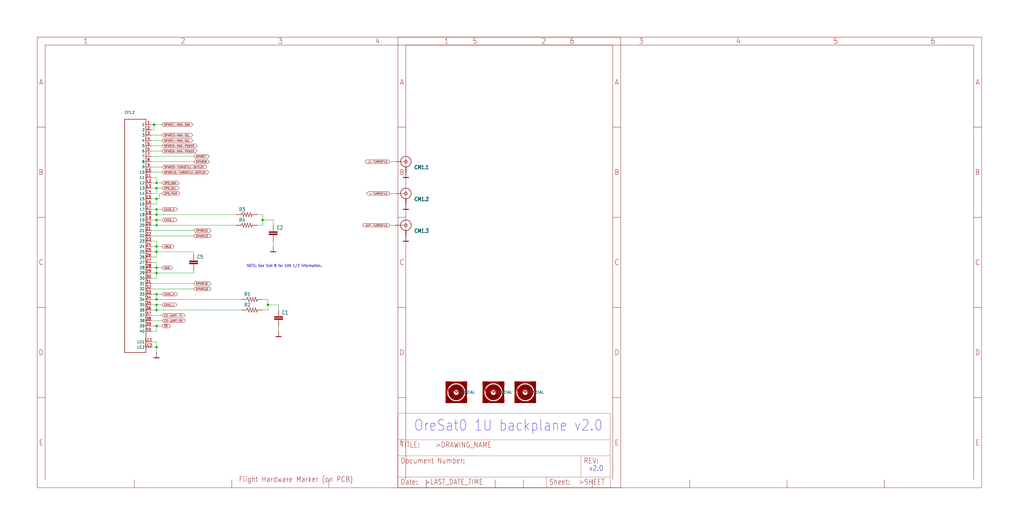
<source format=kicad_sch>
(kicad_sch (version 20211123) (generator eeschema)
  (paper "User" 490.22 254.406)
  (lib_symbols
    (symbol "oresat0-1u-backplane-eagle-import:C-EU0603-C-NOSILK"
      (property "Reference" "C" (at 1.524 0.381 0))
      (property "Value" "C-EU0603-C-NOSILK" (at 1.524 -4.699 0))
      (symbol "C-EU0603-C-NOSILK_1_0"
        (rectangle (start -2.032 -2.032) (end 2.032 -1.524) (fill (type outline)))
        (rectangle (start -2.032 -1.016) (end 2.032 -0.508) (fill (type outline)))
        (polyline (pts (xy 0 -2.54) (xy 0 -2.032)) (stroke (width 0.1524)))
        (polyline (pts (xy 0 0) (xy 0 -0.508)) (stroke (width 0.1524)))
        (pin passive line (at 0 2.54 270) (length 2.54) (name "1") (number "1"))
        (pin passive line (at 0 -5.08 90) (length 2.54) (name "2") (number "2"))
      )
    )
    (symbol "oresat0-1u-backplane-eagle-import:C-EU1206-B"
      (property "Reference" "C" (at 1.524 0.381 0))
      (property "Value" "C-EU1206-B" (at 1.524 -4.699 0))
      (symbol "C-EU1206-B_1_0"
        (rectangle (start -2.032 -2.032) (end 2.032 -1.524) (fill (type outline)))
        (rectangle (start -2.032 -1.016) (end 2.032 -0.508) (fill (type outline)))
        (polyline (pts (xy 0 -2.54) (xy 0 -2.032)) (stroke (width 0.1524)))
        (polyline (pts (xy 0 0) (xy 0 -0.508)) (stroke (width 0.1524)))
        (pin passive line (at 0 2.54 270) (length 2.54) (name "1") (number "1"))
        (pin passive line (at 0 -5.08 90) (length 2.54) (name "2") (number "2"))
      )
    )
    (symbol "oresat0-1u-backplane-eagle-import:FIDUCIAL-1.0X2.0"
      (symbol "FIDUCIAL-1.0X2.0_1_0"
        (rectangle (start -5.08 -5.08) (end -3.556 -2.54) (fill (type outline)))
        (rectangle (start -5.08 -5.08) (end -2.54 -3.556) (fill (type outline)))
        (rectangle (start -5.08 2.54) (end -3.556 5.08) (fill (type outline)))
        (rectangle (start -5.08 3.556) (end -2.54 5.08) (fill (type outline)))
        (polyline (pts (xy -5.08 -5.08) (xy -5.08 5.08)) (stroke (width 0.127)))
        (polyline (pts (xy -5.08 -5.08) (xy 5.08 -5.08)) (stroke (width 0.127)))
        (polyline (pts (xy -5.08 5.08) (xy 5.08 5.08)) (stroke (width 0.127)))
        (polyline (pts (xy -4.699 2.54) (xy -4.699 -2.54)) (stroke (width 0.762)))
        (polyline (pts (xy -2.54 -4.699) (xy 2.54 -4.699)) (stroke (width 0.762)))
        (polyline (pts (xy -2.54 4.699) (xy 2.54 4.699)) (stroke (width 0.762)))
        (polyline (pts (xy 4.699 -2.54) (xy 4.699 2.54)) (stroke (width 0.762)))
        (polyline (pts (xy 5.08 5.08) (xy 5.08 -5.08)) (stroke (width 0.127)))
        (circle (center 0 0) (radius 2.54) (stroke (width 2.54)))
        (circle (center 0 0) (radius 4.699) (stroke (width 0.762)))
        (rectangle (start 2.54 -5.08) (end 5.08 -3.556) (fill (type outline)))
        (rectangle (start 2.54 3.556) (end 5.08 5.08) (fill (type outline)))
        (rectangle (start 3.556 -5.08) (end 5.08 -2.54) (fill (type outline)))
        (rectangle (start 3.556 2.54) (end 5.08 5.08) (fill (type outline)))
        (pin no_connect line (at 0 0 0) (length 0) (name "FIDUCIAL") (number "FIDUCIAL"))
      )
    )
    (symbol "oresat0-1u-backplane-eagle-import:FLIGHMARKERNEW"
      (symbol "FLIGHMARKERNEW_1_0"
        (text "Flight Hardware Marker (on PCB)" (at 0 0 0) (effects (font (size 2.54 2.159)) (justify left bottom)))
      )
    )
    (symbol "oresat0-1u-backplane-eagle-import:FRAME_A_L"
      (symbol "FRAME_A_L_0_0"
        (polyline (pts (xy 0 43.18) (xy 3.81 43.18)))
        (polyline (pts (xy 0 86.36) (xy 3.81 86.36)))
        (polyline (pts (xy 0 129.54) (xy 3.81 129.54)))
        (polyline (pts (xy 0 172.72) (xy 3.81 172.72)))
        (polyline (pts (xy 3.81 3.81) (xy 3.81 212.09)))
        (polyline (pts (xy 46.5667 0) (xy 46.5667 3.81)))
        (polyline (pts (xy 93.1333 0) (xy 93.1333 3.81)))
        (polyline (pts (xy 139.7 0) (xy 139.7 3.81)))
        (polyline (pts (xy 186.2667 0) (xy 186.2667 3.81)))
        (polyline (pts (xy 232.8333 0) (xy 232.8333 3.81)))
        (polyline (pts (xy 275.59 3.81) (xy 275.59 212.09)))
        (polyline (pts (xy 275.59 43.18) (xy 279.4 43.18)))
        (polyline (pts (xy 275.59 86.36) (xy 279.4 86.36)))
        (polyline (pts (xy 275.59 129.54) (xy 279.4 129.54)))
        (polyline (pts (xy 275.59 172.72) (xy 279.4 172.72)))
        (polyline (pts (xy 275.59 212.09) (xy 3.81 212.09)))
        (polyline (pts (xy 0 0) (xy 279.4 0) (xy 279.4 215.9) (xy 0 215.9) (xy 0 0)))
        (text "1" (at 23.2833 213.995 0) (effects (font (size 2.54 2.286))))
        (text "2" (at 69.85 213.995 0) (effects (font (size 2.54 2.286))))
        (text "3" (at 116.4167 213.995 0) (effects (font (size 2.54 2.286))))
        (text "4" (at 162.9833 213.995 0) (effects (font (size 2.54 2.286))))
        (text "5" (at 209.55 213.995 0) (effects (font (size 2.54 2.286))))
        (text "6" (at 256.1167 213.995 0) (effects (font (size 2.54 2.286))))
        (text "A" (at 1.905 194.31 0) (effects (font (size 2.54 2.286))))
        (text "A" (at 277.495 194.31 0) (effects (font (size 2.54 2.286))))
        (text "B" (at 1.905 151.13 0) (effects (font (size 2.54 2.286))))
        (text "B" (at 277.495 151.13 0) (effects (font (size 2.54 2.286))))
        (text "C" (at 1.905 107.95 0) (effects (font (size 2.54 2.286))))
        (text "C" (at 277.495 107.95 0) (effects (font (size 2.54 2.286))))
        (text "D" (at 1.905 64.77 0) (effects (font (size 2.54 2.286))))
        (text "D" (at 277.495 64.77 0) (effects (font (size 2.54 2.286))))
        (text "E" (at 1.905 21.59 0) (effects (font (size 2.54 2.286))))
        (text "E" (at 277.495 21.59 0) (effects (font (size 2.54 2.286))))
      )
      (symbol "FRAME_A_L_2_0"
        (polyline (pts (xy 0 0) (xy 0 5.08)) (stroke (width 0.1016)))
        (polyline (pts (xy 0 0) (xy 71.12 0)) (stroke (width 0.1016)))
        (polyline (pts (xy 0 5.08) (xy 0 15.24)) (stroke (width 0.1016)))
        (polyline (pts (xy 0 5.08) (xy 71.12 5.08)) (stroke (width 0.1016)))
        (polyline (pts (xy 0 15.24) (xy 0 22.86)) (stroke (width 0.1016)))
        (polyline (pts (xy 0 22.86) (xy 0 35.56)) (stroke (width 0.1016)))
        (polyline (pts (xy 0 22.86) (xy 101.6 22.86)) (stroke (width 0.1016)))
        (polyline (pts (xy 71.12 0) (xy 101.6 0)) (stroke (width 0.1016)))
        (polyline (pts (xy 71.12 5.08) (xy 71.12 0)) (stroke (width 0.1016)))
        (polyline (pts (xy 71.12 5.08) (xy 87.63 5.08)) (stroke (width 0.1016)))
        (polyline (pts (xy 87.63 5.08) (xy 101.6 5.08)) (stroke (width 0.1016)))
        (polyline (pts (xy 87.63 15.24) (xy 0 15.24)) (stroke (width 0.1016)))
        (polyline (pts (xy 87.63 15.24) (xy 87.63 5.08)) (stroke (width 0.1016)))
        (polyline (pts (xy 101.6 5.08) (xy 101.6 0)) (stroke (width 0.1016)))
        (polyline (pts (xy 101.6 15.24) (xy 87.63 15.24)) (stroke (width 0.1016)))
        (polyline (pts (xy 101.6 15.24) (xy 101.6 5.08)) (stroke (width 0.1016)))
        (polyline (pts (xy 101.6 22.86) (xy 101.6 15.24)) (stroke (width 0.1016)))
        (polyline (pts (xy 101.6 35.56) (xy 0 35.56)) (stroke (width 0.1016)))
        (polyline (pts (xy 101.6 35.56) (xy 101.6 22.86)) (stroke (width 0.1016)))
        (text ">DRAWING_NAME" (at 17.78 19.05 0) (effects (font (size 2.54 2.159)) (justify left bottom)))
        (text ">LAST_DATE_TIME" (at 12.7 1.27 0) (effects (font (size 2.54 2.159)) (justify left bottom)))
        (text ">SHEET" (at 86.36 1.27 0) (effects (font (size 2.54 2.159)) (justify left bottom)))
        (text "Date:" (at 1.27 1.27 0) (effects (font (size 2.54 2.159)) (justify left bottom)))
        (text "Document Number:" (at 1.27 11.43 0) (effects (font (size 2.54 2.159)) (justify left bottom)))
        (text "REV:" (at 88.9 11.43 0) (effects (font (size 2.54 2.159)) (justify left bottom)))
        (text "Sheet:" (at 72.39 1.27 0) (effects (font (size 2.54 2.159)) (justify left bottom)))
        (text "TITLE:" (at 1.27 19.05 0) (effects (font (size 2.54 2.159)) (justify left bottom)))
      )
    )
    (symbol "oresat0-1u-backplane-eagle-import:GND" (power)
      (symbol "GND_1_0"
        (polyline (pts (xy -1.27 -2.54) (xy 1.27 -2.54)) (stroke (width 0.4064)))
        (pin power_in line (at 0 0 270) (length 2.54) (name "GND") (number "1"))
      )
    )
    (symbol "oresat0-1u-backplane-eagle-import:J-MOLEX-SMPM-73300-0111X"
      (property "Reference" "CM" (at 3.81 -3.81 0))
      (property "Value" "J-MOLEX-SMPM-73300-0111X" (at 3.81 -6.35 0))
      (symbol "J-MOLEX-SMPM-73300-0111X_1_0"
        (polyline (pts (xy -2.54 0) (xy -0.635 0)) (stroke (width 0.1524)))
        (circle (center 0 0) (radius 0.635) (stroke (width 0.254)))
        (circle (center 0 0) (radius 2.54) (stroke (width 0.254)))
        (pin passive line (at 0 -5.08 90) (length 2.54) (name "SHIELD1") (number "P$1"))
        (pin passive line (at 0 -5.08 90) (length 2.54) (name "SHIELD1") (number "P$2"))
        (pin passive line (at 0 -5.08 90) (length 2.54) (name "SHIELD1") (number "P$3"))
        (pin passive line (at 0 -5.08 90) (length 2.54) (name "SHIELD1") (number "P$4"))
        (pin passive line (at -5.08 0 0) (length 2.54) (name "RF") (number "RF-DOWN"))
      )
    )
    (symbol "oresat0-1u-backplane-eagle-import:R-US_1206-C"
      (property "Reference" "R" (at -3.81 1.4986 0))
      (property "Value" "R-US_1206-C" (at -3.81 -3.302 0))
      (symbol "R-US_1206-C_1_0"
        (polyline (pts (xy -2.54 0) (xy -2.159 1.016)) (stroke (width 0.2032)))
        (polyline (pts (xy -2.159 1.016) (xy -1.524 -1.016)) (stroke (width 0.2032)))
        (polyline (pts (xy -1.524 -1.016) (xy -0.889 1.016)) (stroke (width 0.2032)))
        (polyline (pts (xy -0.889 1.016) (xy -0.254 -1.016)) (stroke (width 0.2032)))
        (polyline (pts (xy -0.254 -1.016) (xy 0.381 1.016)) (stroke (width 0.2032)))
        (polyline (pts (xy 0.381 1.016) (xy 1.016 -1.016)) (stroke (width 0.2032)))
        (polyline (pts (xy 1.016 -1.016) (xy 1.651 1.016)) (stroke (width 0.2032)))
        (polyline (pts (xy 1.651 1.016) (xy 2.286 -1.016)) (stroke (width 0.2032)))
        (polyline (pts (xy 2.286 -1.016) (xy 2.54 0)) (stroke (width 0.2032)))
        (pin passive line (at -5.08 0 0) (length 2.54) (name "1") (number "1"))
        (pin passive line (at 5.08 0 180) (length 2.54) (name "2") (number "2"))
      )
    )
    (symbol "oresat0-1u-backplane-eagle-import:SFM-120-X1-XXX-D"
      (property "Reference" "J" (at -2.54 50.8 0))
      (property "Value" "SFM-120-X1-XXX-D" (at -2.54 49.53 0))
      (symbol "SFM-120-X1-XXX-D_1_0"
        (polyline (pts (xy -2.54 -63.5) (xy -2.54 48.26)) (stroke (width 0.254)))
        (polyline (pts (xy -2.54 48.26) (xy 7.62 48.26)) (stroke (width 0.254)))
        (polyline (pts (xy 7.62 -63.5) (xy -2.54 -63.5)) (stroke (width 0.254)))
        (polyline (pts (xy 7.62 48.26) (xy 7.62 -63.5)) (stroke (width 0.254)))
        (pin passive line (at 10.16 45.72 180) (length 2.54) (name "1") (number "1"))
        (pin passive line (at 10.16 22.86 180) (length 2.54) (name "10") (number "10"))
        (pin passive line (at 10.16 20.32 180) (length 2.54) (name "11") (number "11"))
        (pin passive line (at 10.16 17.78 180) (length 2.54) (name "12") (number "12"))
        (pin passive line (at 10.16 15.24 180) (length 2.54) (name "13") (number "13"))
        (pin passive line (at 10.16 12.7 180) (length 2.54) (name "14") (number "14"))
        (pin passive line (at 10.16 10.16 180) (length 2.54) (name "15") (number "15"))
        (pin passive line (at 10.16 7.62 180) (length 2.54) (name "16") (number "16"))
        (pin passive line (at 10.16 5.08 180) (length 2.54) (name "17") (number "17"))
        (pin passive line (at 10.16 2.54 180) (length 2.54) (name "18") (number "18"))
        (pin passive line (at 10.16 0 180) (length 2.54) (name "19") (number "19"))
        (pin passive line (at 10.16 43.18 180) (length 2.54) (name "2") (number "2"))
        (pin passive line (at 10.16 -2.54 180) (length 2.54) (name "20") (number "20"))
        (pin passive line (at 10.16 -5.08 180) (length 2.54) (name "21") (number "21"))
        (pin passive line (at 10.16 -7.62 180) (length 2.54) (name "22") (number "22"))
        (pin passive line (at 10.16 -10.16 180) (length 2.54) (name "23") (number "23"))
        (pin passive line (at 10.16 -12.7 180) (length 2.54) (name "24") (number "24"))
        (pin passive line (at 10.16 -15.24 180) (length 2.54) (name "25") (number "25"))
        (pin passive line (at 10.16 -17.78 180) (length 2.54) (name "26") (number "26"))
        (pin passive line (at 10.16 -20.32 180) (length 2.54) (name "27") (number "27"))
        (pin passive line (at 10.16 -22.86 180) (length 2.54) (name "28") (number "28"))
        (pin passive line (at 10.16 -25.4 180) (length 2.54) (name "29") (number "29"))
        (pin passive line (at 10.16 40.64 180) (length 2.54) (name "3") (number "3"))
        (pin passive line (at 10.16 -27.94 180) (length 2.54) (name "30") (number "30"))
        (pin passive line (at 10.16 -30.48 180) (length 2.54) (name "31") (number "31"))
        (pin passive line (at 10.16 -33.02 180) (length 2.54) (name "32") (number "32"))
        (pin passive line (at 10.16 -35.56 180) (length 2.54) (name "33") (number "33"))
        (pin passive line (at 10.16 -38.1 180) (length 2.54) (name "34") (number "34"))
        (pin passive line (at 10.16 -40.64 180) (length 2.54) (name "35") (number "35"))
        (pin passive line (at 10.16 -43.18 180) (length 2.54) (name "36") (number "36"))
        (pin passive line (at 10.16 -45.72 180) (length 2.54) (name "37") (number "37"))
        (pin passive line (at 10.16 -48.26 180) (length 2.54) (name "38") (number "38"))
        (pin passive line (at 10.16 -50.8 180) (length 2.54) (name "39") (number "39"))
        (pin passive line (at 10.16 38.1 180) (length 2.54) (name "4") (number "4"))
        (pin passive line (at 10.16 -53.34 180) (length 2.54) (name "40") (number "40"))
        (pin passive line (at 10.16 35.56 180) (length 2.54) (name "5") (number "5"))
        (pin passive line (at 10.16 33.02 180) (length 2.54) (name "6") (number "6"))
        (pin passive line (at 10.16 30.48 180) (length 2.54) (name "7") (number "7"))
        (pin passive line (at 10.16 27.94 180) (length 2.54) (name "8") (number "8"))
        (pin passive line (at 10.16 25.4 180) (length 2.54) (name "9") (number "9"))
        (pin passive line (at 10.16 -58.42 180) (length 2.54) (name "LC1") (number "LC1"))
        (pin passive line (at 10.16 -60.96 180) (length 2.54) (name "LC2") (number "LC2"))
      )
    )
  )
  (junction (at 74.93 143.51))
  (junction (at 74.93 166.37))
  (junction (at 125.73 105.41))
  (junction (at 74.93 105.41))
  (junction (at 74.93 128.27))
  (junction (at 74.93 90.17))
  (junction (at 74.93 140.97))
  (junction (at 74.93 102.87))
  (junction (at 128.27 146.05))
  (junction (at 74.93 107.95))
  (junction (at 74.93 146.05))
  (junction (at 74.93 87.63))
  (junction (at 74.93 95.25))
  (junction (at 74.93 120.65))
  (junction (at 74.93 100.33))
  (junction (at 74.93 156.21))
  (junction (at 74.93 118.11))
  (junction (at 74.93 130.81))
  (junction (at 74.93 148.59))
  (junction (at 73.66 59.69))
  (wire (pts (xy 189.23 77.47) (xy 186.69 77.47)))
  (wire (pts (xy 72.39 128.27) (xy 74.93 128.27)))
  (wire (pts (xy 72.39 90.17) (xy 74.93 90.17)))
  (wire (pts (xy 77.47 140.97) (xy 74.93 140.97)))
  (wire (pts (xy 74.93 133.35) (xy 74.93 130.81)))
  (wire (pts (xy 74.93 156.21) (xy 72.39 156.21)))
  (wire (pts (xy 72.39 77.47) (xy 92.71 77.47)))
  (wire (pts (xy 72.39 64.77) (xy 77.47 64.77)))
  (wire (pts (xy 128.27 146.05) (xy 133.35 146.05)))
  (wire (pts (xy 72.39 97.79) (xy 74.93 97.79)))
  (wire (pts (xy 74.93 118.11) (xy 72.39 118.11)))
  (wire (pts (xy 77.47 156.21) (xy 74.93 156.21)))
  (wire (pts (xy 72.39 166.37) (xy 74.93 166.37)))
  (wire (pts (xy 74.93 90.17) (xy 74.93 92.71)))
  (wire (pts (xy 77.47 100.33) (xy 74.93 100.33)))
  (wire (pts (xy 74.93 100.33) (xy 74.93 102.87)))
  (wire (pts (xy 74.93 143.51) (xy 115.57 143.51)))
  (wire (pts (xy 74.93 92.71) (xy 72.39 92.71)))
  (wire (pts (xy 77.47 105.41) (xy 74.93 105.41)))
  (wire (pts (xy 74.93 123.19) (xy 72.39 123.19)))
  (wire (pts (xy 77.47 128.27) (xy 74.93 128.27)))
  (wire (pts (xy 74.93 125.73) (xy 74.93 128.27)))
  (wire (pts (xy 72.39 87.63) (xy 74.93 87.63)))
  (wire (pts (xy 72.39 125.73) (xy 74.93 125.73)))
  (wire (pts (xy 72.39 113.03) (xy 92.71 113.03)))
  (wire (pts (xy 72.39 80.01) (xy 77.47 80.01)))
  (wire (pts (xy 72.39 158.75) (xy 74.93 158.75)))
  (wire (pts (xy 133.35 148.59) (xy 133.35 146.05)))
  (wire (pts (xy 72.39 69.85) (xy 77.47 69.85)))
  (wire (pts (xy 74.93 120.65) (xy 74.93 123.19)))
  (wire (pts (xy 74.93 105.41) (xy 72.39 105.41)))
  (wire (pts (xy 74.93 97.79) (xy 74.93 95.25)))
  (wire (pts (xy 74.93 163.83) (xy 74.93 166.37)))
  (wire (pts (xy 128.27 146.05) (xy 128.27 148.59)))
  (wire (pts (xy 123.19 102.87) (xy 125.73 102.87)))
  (wire (pts (xy 74.93 107.95) (xy 113.03 107.95)))
  (wire (pts (xy 125.73 105.41) (xy 125.73 107.95)))
  (wire (pts (xy 72.39 138.43) (xy 92.71 138.43)))
  (wire (pts (xy 72.39 110.49) (xy 92.71 110.49)))
  (wire (pts (xy 133.35 156.21) (xy 133.35 158.75)))
  (wire (pts (xy 77.47 146.05) (xy 74.93 146.05)))
  (wire (pts (xy 125.73 102.87) (xy 125.73 105.41)))
  (wire (pts (xy 74.93 95.25) (xy 72.39 95.25)))
  (wire (pts (xy 74.93 140.97) (xy 72.39 140.97)))
  (wire (pts (xy 72.39 133.35) (xy 74.93 133.35)))
  (wire (pts (xy 74.93 102.87) (xy 113.03 102.87)))
  (wire (pts (xy 72.39 67.31) (xy 77.47 67.31)))
  (wire (pts (xy 130.81 105.41) (xy 130.81 107.95)))
  (wire (pts (xy 189.23 92.71) (xy 186.69 92.71)))
  (wire (pts (xy 76.2 95.25) (xy 74.93 95.25)))
  (wire (pts (xy 74.93 105.41) (xy 74.93 107.95)))
  (wire (pts (xy 72.39 115.57) (xy 74.93 115.57)))
  (wire (pts (xy 72.39 62.23) (xy 73.66 62.23)))
  (wire (pts (xy 130.81 115.57) (xy 130.81 118.11)))
  (wire (pts (xy 74.93 115.57) (xy 74.93 118.11)))
  (wire (pts (xy 92.71 120.65) (xy 92.71 121.92)))
  (wire (pts (xy 77.47 87.63) (xy 74.93 87.63)))
  (wire (pts (xy 74.93 146.05) (xy 72.39 146.05)))
  (wire (pts (xy 74.93 148.59) (xy 115.57 148.59)))
  (wire (pts (xy 77.47 118.11) (xy 74.93 118.11)))
  (wire (pts (xy 125.73 107.95) (xy 123.19 107.95)))
  (wire (pts (xy 73.66 59.69) (xy 77.47 59.69)))
  (wire (pts (xy 74.93 120.65) (xy 72.39 120.65)))
  (wire (pts (xy 74.93 100.33) (xy 72.39 100.33)))
  (wire (pts (xy 74.93 158.75) (xy 74.93 156.21)))
  (wire (pts (xy 125.73 105.41) (xy 130.81 105.41)))
  (wire (pts (xy 74.93 87.63) (xy 74.93 85.09)))
  (wire (pts (xy 72.39 135.89) (xy 92.71 135.89)))
  (wire (pts (xy 74.93 166.37) (xy 74.93 168.91)))
  (wire (pts (xy 74.93 85.09) (xy 72.39 85.09)))
  (wire (pts (xy 72.39 72.39) (xy 77.47 72.39)))
  (wire (pts (xy 77.47 92.71) (xy 76.2 92.71)))
  (wire (pts (xy 72.39 163.83) (xy 74.93 163.83)))
  (wire (pts (xy 74.93 130.81) (xy 92.71 130.81)))
  (wire (pts (xy 72.39 82.55) (xy 77.47 82.55)))
  (wire (pts (xy 73.66 62.23) (xy 73.66 59.69)))
  (wire (pts (xy 128.27 148.59) (xy 125.73 148.59)))
  (wire (pts (xy 72.39 153.67) (xy 77.47 153.67)))
  (wire (pts (xy 74.93 130.81) (xy 72.39 130.81)))
  (wire (pts (xy 72.39 102.87) (xy 74.93 102.87)))
  (wire (pts (xy 125.73 143.51) (xy 128.27 143.51)))
  (wire (pts (xy 189.23 107.95) (xy 186.69 107.95)))
  (wire (pts (xy 72.39 151.13) (xy 77.47 151.13)))
  (wire (pts (xy 128.27 143.51) (xy 128.27 146.05)))
  (wire (pts (xy 76.2 92.71) (xy 76.2 95.25)))
  (wire (pts (xy 74.93 120.65) (xy 92.71 120.65)))
  (wire (pts (xy 74.93 148.59) (xy 74.93 146.05)))
  (wire (pts (xy 72.39 107.95) (xy 74.93 107.95)))
  (wire (pts (xy 92.71 130.81) (xy 92.71 129.54)))
  (wire (pts (xy 74.93 128.27) (xy 74.93 130.81)))
  (wire (pts (xy 72.39 143.51) (xy 74.93 143.51)))
  (wire (pts (xy 74.93 90.17) (xy 77.47 90.17)))
  (wire (pts (xy 72.39 148.59) (xy 74.93 148.59)))
  (wire (pts (xy 74.93 118.11) (xy 74.93 120.65)))
  (wire (pts (xy 72.39 59.69) (xy 73.66 59.69)))
  (wire (pts (xy 74.93 143.51) (xy 74.93 140.97)))
  (wire (pts (xy 72.39 74.93) (xy 92.71 74.93)))
  (text "OreSat0 1U backplane v2.0" (at 198.12 207.01 180) (effects (font (size 5.08 4.318)) (justify left bottom)))
  (text "NOTE: See Slot 8 for CAN 1/2 information." (at 118.11 128.27 180) (effects (font (size 1.27 1.0795)) (justify left bottom)))
  (text "v2.0" (at 281.94 226.06 180) (effects (font (size 2.54 2.159)) (justify left bottom)))
  (global_label "CAN2_L" (shape bidirectional) (at 77.47 105.41 0) (effects (font (size 0.889 0.889))) (property "Intersheet References" "${INTERSHEET_REFS}" (effects hide)))
  (global_label "SPARE22" (shape bidirectional) (at 92.71 113.03 0) (effects (font (size 0.889 0.889))) (property "Intersheet References" "${INTERSHEET_REFS}" (effects hide)))
  (global_label "SPARE10-TURNSTILE-DEPLOY" (shape bidirectional) (at 77.47 82.55 0) (effects (font (size 0.889 0.889))) (property "Intersheet References" "${INTERSHEET_REFS}" (effects hide)))
  (global_label "VBUS" (shape bidirectional) (at 77.47 118.11 0) (effects (font (size 0.889 0.889))) (property "Intersheet References" "${INTERSHEET_REFS}" (effects hide)))
  (global_label "L-TURNSTILE" (shape bidirectional) (at 186.69 92.71 180) (effects (font (size 0.889 0.889))) (property "Intersheet References" "${INTERSHEET_REFS}" (effects hide)))
  (global_label "~{SD}" (shape bidirectional) (at 77.47 156.21 0) (effects (font (size 0.889 0.889))) (property "Intersheet References" "${INTERSHEET_REFS}" (effects hide)))
  (global_label "SPARE8" (shape bidirectional) (at 92.71 77.47 0) (effects (font (size 0.889 0.889))) (property "Intersheet References" "${INTERSHEET_REFS}" (effects hide)))
  (global_label "SPARE6-MAG-POWER" (shape bidirectional) (at 77.47 72.39 0) (effects (font (size 0.889 0.889))) (property "Intersheet References" "${INTERSHEET_REFS}" (effects hide)))
  (global_label "SPARE32" (shape bidirectional) (at 92.71 138.43 0) (effects (font (size 0.889 0.889))) (property "Intersheet References" "${INTERSHEET_REFS}" (effects hide)))
  (global_label "SPARE4-MAG-SCL" (shape bidirectional) (at 77.47 67.31 0) (effects (font (size 0.889 0.889))) (property "Intersheet References" "${INTERSHEET_REFS}" (effects hide)))
  (global_label "SPARE1-MAG-SDA" (shape bidirectional) (at 77.47 59.69 0) (effects (font (size 0.889 0.889))) (property "Intersheet References" "${INTERSHEET_REFS}" (effects hide)))
  (global_label "GND" (shape bidirectional) (at 77.47 128.27 0) (effects (font (size 0.889 0.889))) (property "Intersheet References" "${INTERSHEET_REFS}" (effects hide)))
  (global_label "SPARE31" (shape bidirectional) (at 92.71 135.89 0) (effects (font (size 0.889 0.889))) (property "Intersheet References" "${INTERSHEET_REFS}" (effects hide)))
  (global_label "C3-UART-RX" (shape bidirectional) (at 77.47 153.67 0) (effects (font (size 0.889 0.889))) (property "Intersheet References" "${INTERSHEET_REFS}" (effects hide)))
  (global_label "UHF-TURNSTILE" (shape bidirectional) (at 186.69 107.95 180) (effects (font (size 0.889 0.889))) (property "Intersheet References" "${INTERSHEET_REFS}" (effects hide)))
  (global_label "SPARE3-MAG-SCL" (shape bidirectional) (at 77.47 64.77 0) (effects (font (size 0.889 0.889))) (property "Intersheet References" "${INTERSHEET_REFS}" (effects hide)))
  (global_label "SPARE9-TURNSTILE-DEPLOY" (shape bidirectional) (at 77.47 80.01 0) (effects (font (size 0.889 0.889))) (property "Intersheet References" "${INTERSHEET_REFS}" (effects hide)))
  (global_label "L1-TURNSTILE" (shape bidirectional) (at 186.69 77.47 180) (effects (font (size 0.889 0.889))) (property "Intersheet References" "${INTERSHEET_REFS}" (effects hide)))
  (global_label "SPARE5-MAG-POWER" (shape bidirectional) (at 77.47 69.85 0) (effects (font (size 0.889 0.889))) (property "Intersheet References" "${INTERSHEET_REFS}" (effects hide)))
  (global_label "OPD_SCL" (shape bidirectional) (at 77.47 90.17 0) (effects (font (size 0.889 0.889))) (property "Intersheet References" "${INTERSHEET_REFS}" (effects hide)))
  (global_label "SPARE21" (shape bidirectional) (at 92.71 110.49 0) (effects (font (size 0.889 0.889))) (property "Intersheet References" "${INTERSHEET_REFS}" (effects hide)))
  (global_label "SPARE7" (shape bidirectional) (at 92.71 74.93 0) (effects (font (size 0.889 0.889))) (property "Intersheet References" "${INTERSHEET_REFS}" (effects hide)))
  (global_label "C3-UART-TX" (shape bidirectional) (at 77.47 151.13 0) (effects (font (size 0.889 0.889))) (property "Intersheet References" "${INTERSHEET_REFS}" (effects hide)))
  (global_label "OPD_PWR" (shape bidirectional) (at 77.47 92.71 0) (effects (font (size 0.889 0.889))) (property "Intersheet References" "${INTERSHEET_REFS}" (effects hide)))
  (global_label "CAN1_L" (shape bidirectional) (at 77.47 146.05 0) (effects (font (size 0.889 0.889))) (property "Intersheet References" "${INTERSHEET_REFS}" (effects hide)))
  (global_label "CAN1_H" (shape bidirectional) (at 77.47 140.97 0) (effects (font (size 0.889 0.889))) (property "Intersheet References" "${INTERSHEET_REFS}" (effects hide)))
  (global_label "CAN2_H" (shape bidirectional) (at 77.47 100.33 0) (effects (font (size 0.889 0.889))) (property "Intersheet References" "${INTERSHEET_REFS}" (effects hide)))
  (global_label "OPD_SDA" (shape bidirectional) (at 77.47 87.63 0) (effects (font (size 0.889 0.889))) (property "Intersheet References" "${INTERSHEET_REFS}" (effects hide)))
  (symbol (lib_id "oresat0-1u-backplane-eagle-import:GND") (at 130.81 118.11 0) (unit 1)
    (property "Reference" "#GND15" (effects hide))
  )
  (symbol (lib_id "oresat0-1u-backplane-eagle-import:GND") (at 74.93 168.91 0) (unit 1)
    (property "Reference" "#GND90" (effects hide))
  )
  (symbol (lib_id "oresat0-1u-backplane-eagle-import:FRAME_A_L") (at 17.78 233.68 0) (unit 1)
    (property "Reference" "#FRAME20" (effects hide))
  )
  (symbol (lib_id "oresat0-1u-backplane-eagle-import:R-US_1206-C") (at 120.65 148.59 0) (unit 1)
    (property "Reference" "R2" (at 116.84 147.0914 0) (effects (font (size 1.778 1.5113)) (justify left bottom)))
  )
  (symbol (lib_id "oresat0-1u-backplane-eagle-import:FIDUCIAL-1.0X2.0") (at 236.22 187.96 0) (unit 1)
    (property "Reference" "FIDUCIAL2" (effects hide))
  )
  (symbol (lib_id "oresat0-1u-backplane-eagle-import:C-EU0603-C-NOSILK") (at 130.81 110.49 0) (unit 1)
    (property "Reference" "C2" (at 132.334 110.109 0) (effects (font (size 1.778 1.5113)) (justify left bottom)))
  )
  (symbol (lib_id "oresat0-1u-backplane-eagle-import:R-US_1206-C") (at 120.65 143.51 0) (unit 1)
    (property "Reference" "R1" (at 116.84 142.0114 0) (effects (font (size 1.778 1.5113)) (justify left bottom)))
  )
  (symbol (lib_id "oresat0-1u-backplane-eagle-import:R-US_1206-C") (at 118.11 102.87 0) (unit 1)
    (property "Reference" "R3" (at 114.3 101.3714 0) (effects (font (size 1.778 1.5113)) (justify left bottom)))
  )
  (symbol (lib_id "oresat0-1u-backplane-eagle-import:GND") (at 194.31 113.03 0) (unit 1)
    (property "Reference" "#GND3" (effects hide))
  )
  (symbol (lib_id "oresat0-1u-backplane-eagle-import:GND") (at 194.31 82.55 0) (unit 1)
    (property "Reference" "#GND14" (effects hide))
  )
  (symbol (lib_id "oresat0-1u-backplane-eagle-import:GND") (at 133.35 158.75 0) (unit 1)
    (property "Reference" "#GND16" (effects hide))
  )
  (symbol (lib_id "oresat0-1u-backplane-eagle-import:J-MOLEX-SMPM-73300-0111X") (at 194.31 107.95 0) (unit 1)
    (property "Reference" "CM1.3" (at 198.12 111.76 0) (effects (font (size 1.778 1.5113) bold) (justify left bottom)))
  )
  (symbol (lib_id "oresat0-1u-backplane-eagle-import:FRAME_A_L") (at 190.5 233.68 0) (unit 2)
    (property "Reference" "#FRAME20" (effects hide))
  )
  (symbol (lib_id "oresat0-1u-backplane-eagle-import:SFM-120-X1-XXX-D") (at 62.23 105.41 0) (unit 1)
    (property "Reference" "CF1.2" (at 59.69 54.61 0) (effects (font (size 1.27 1.0795)) (justify left bottom)))
  )
  (symbol (lib_id "oresat0-1u-backplane-eagle-import:J-MOLEX-SMPM-73300-0111X") (at 194.31 92.71 0) (unit 1)
    (property "Reference" "CM1.2" (at 198.12 96.52 0) (effects (font (size 1.778 1.5113) bold) (justify left bottom)))
  )
  (symbol (lib_id "oresat0-1u-backplane-eagle-import:FIDUCIAL-1.0X2.0") (at 218.44 187.96 0) (unit 1)
    (property "Reference" "FIDUCIAL1" (effects hide))
  )
  (symbol (lib_id "oresat0-1u-backplane-eagle-import:J-MOLEX-SMPM-73300-0111X") (at 194.31 77.47 0) (unit 1)
    (property "Reference" "CM1.1" (at 198.12 81.28 0) (effects (font (size 1.778 1.5113) bold) (justify left bottom)))
  )
  (symbol (lib_id "oresat0-1u-backplane-eagle-import:C-EU1206-B") (at 92.71 124.46 0) (unit 1)
    (property "Reference" "C5" (at 94.234 124.079 0) (effects (font (size 1.778 1.5113)) (justify left bottom)))
  )
  (symbol (lib_id "oresat0-1u-backplane-eagle-import:FIDUCIAL-1.0X2.0") (at 251.46 187.96 0) (unit 1)
    (property "Reference" "FIDUCIAL3" (effects hide))
  )
  (symbol (lib_id "oresat0-1u-backplane-eagle-import:R-US_1206-C") (at 118.11 107.95 0) (unit 1)
    (property "Reference" "R4" (at 114.3 106.4514 0) (effects (font (size 1.778 1.5113)) (justify left bottom)))
  )
  (symbol (lib_id "oresat0-1u-backplane-eagle-import:GND") (at 194.31 97.79 0) (unit 1)
    (property "Reference" "#GND2" (effects hide))
  )
  (symbol (lib_id "oresat0-1u-backplane-eagle-import:C-EU0603-C-NOSILK") (at 133.35 151.13 0) (unit 1)
    (property "Reference" "C1" (at 134.874 150.749 0) (effects (font (size 1.778 1.5113)) (justify left bottom)))
  )
  (symbol (lib_id "oresat0-1u-backplane-eagle-import:FLIGHMARKERNEW") (at 114.3 231.14 0) (unit 1)
    (property "Reference" "U$1" (effects hide))
  )
)
</source>
